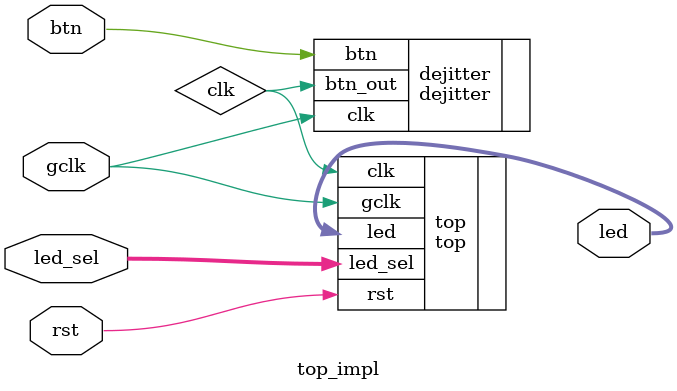
<source format=v>
/*
  sbmips
  Copyright (C) 2017  StarBrilliant <m13253@hotmail.com>

  This program is free software: you can redistribute it and/or modify
  it under the terms of the GNU General Public License as published by
  the Free Software Foundation, either version 3 of the License, or
  (at your option) any later version.

  This program is distributed in the hope that it will be useful,
  but WITHOUT ANY WARRANTY; without even the implied warranty of
  MERCHANTABILITY or FITNESS FOR A PARTICULAR PURPOSE.  See the
  GNU General Public License for more details.

  You should have received a copy of the GNU General Public License
  along with this program.  If not, see <http://www.gnu.org/licenses/>.
*/

`timescale 1ns / 1ps
`default_nettype none

module top_impl(
    input wire btn,
    input wire gclk,
    input wire rst,
    input wire [7:0] led_sel,
    output wire [11:0] led
    );

wire clk;
dejitter dejitter(
    .clk(gclk), .btn(btn),
    .btn_out(clk)
    );

top top(
    .clk(clk), .gclk(gclk), .rst(rst),
    .led_sel(led_sel), .led(led)
    );

endmodule

</source>
